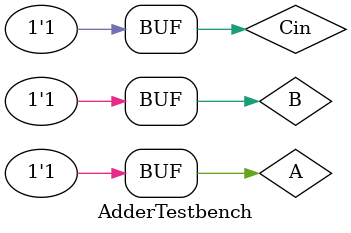
<source format=v>
module AdderTestbench;

	reg A, B, Cin;
	wire S,Cout;

	Adder test(A,B,Cin,Sum,Cout);

	initial begin
		A = 0; B = 0; Cin = 0; #5;
		A = 0; B = 0; Cin = 1; #5;
		A = 0; B = 1; Cin = 0; #5;
		A = 0; B = 1; Cin = 1; #5;
		A = 1; B = 0; Cin = 0; #5;
		A = 1; B = 0; Cin = 1; #5;
		A = 1; B = 1; Cin = 0; #5;
		A = 1; B = 1; Cin = 1; #5;
	end

	initial begin
		$monitor($time, " A=%b B=%b Cin=%b Sum=%b Cout=%b", A, B, Cin, Sum, Cout);
	end
	
endmodule

</source>
